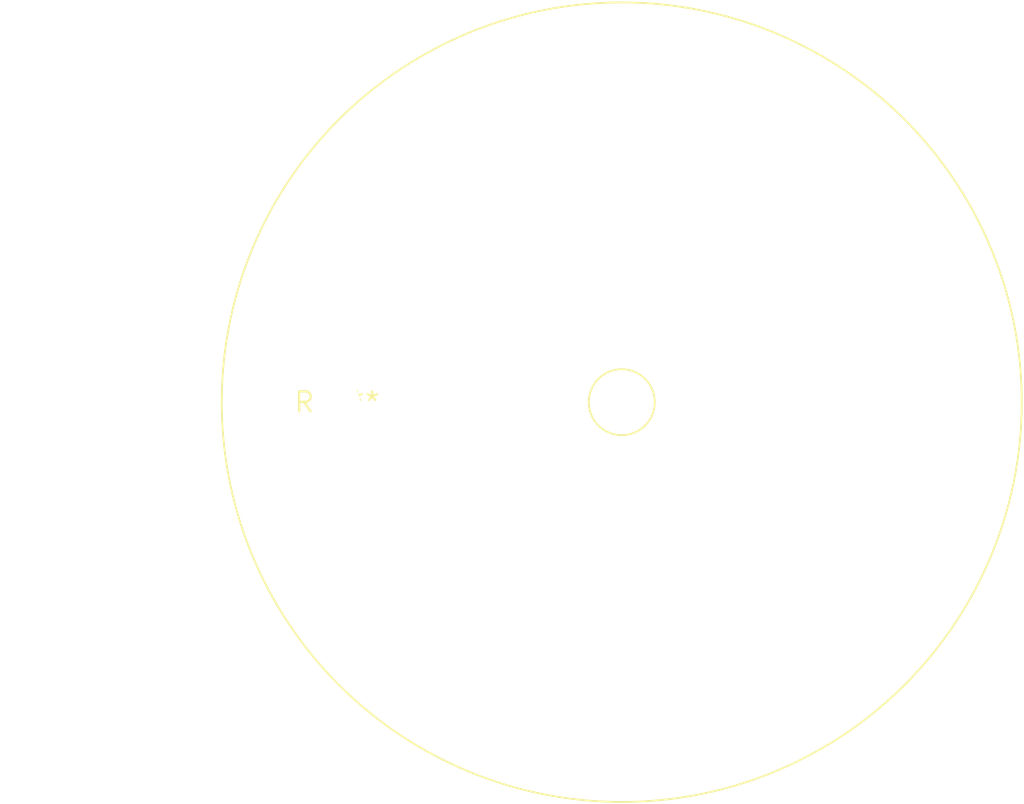
<source format=kicad_pcb>
(kicad_pcb (version 20240108) (generator pcbnew)
  (layers (0 "F.Cu" signal) (31 "B.Cu" signal) (34 "B.Paste" user) (35 "F.Paste" user) (36 "B.SilkS" user "B.Silkscreen") (37 "F.SilkS" user "F.Silkscreen") (38 "B.Mask" user) (39 "F.Mask" user) (44 "Edge.Cuts" user))
  (net 0 "")
  (footprint "L_Radial_D50.8mm_P36.32mm_Vishay_IHB-6" (layer "F.Cu") (at 0 0)
    (property "Reference" "REF**")
    (property "Value" "L_Radial_D50.8mm_P36.32mm_Vishay_IHB-6")
    (fp_circle (center 18.16 0) (end 20.265 0) (layer "F.SilkS") (stroke (width 0.12)) (fill none))
    (fp_circle (center 18.16 0) (end 43.68 0) (layer "F.SilkS") (stroke (width 0.12)) (fill none))
    (pad "1" thru_hole circle (at 0 0) (size 5.8 5.8) (drill 2.9) (layers *.Cu *.Mask) (remove_unused_layers))
    (pad "2" thru_hole circle (at 36.32 0) (size 5.8 5.8) (drill 2.9) (layers *.Cu *.Mask) (remove_unused_layers))
  )
)
</source>
